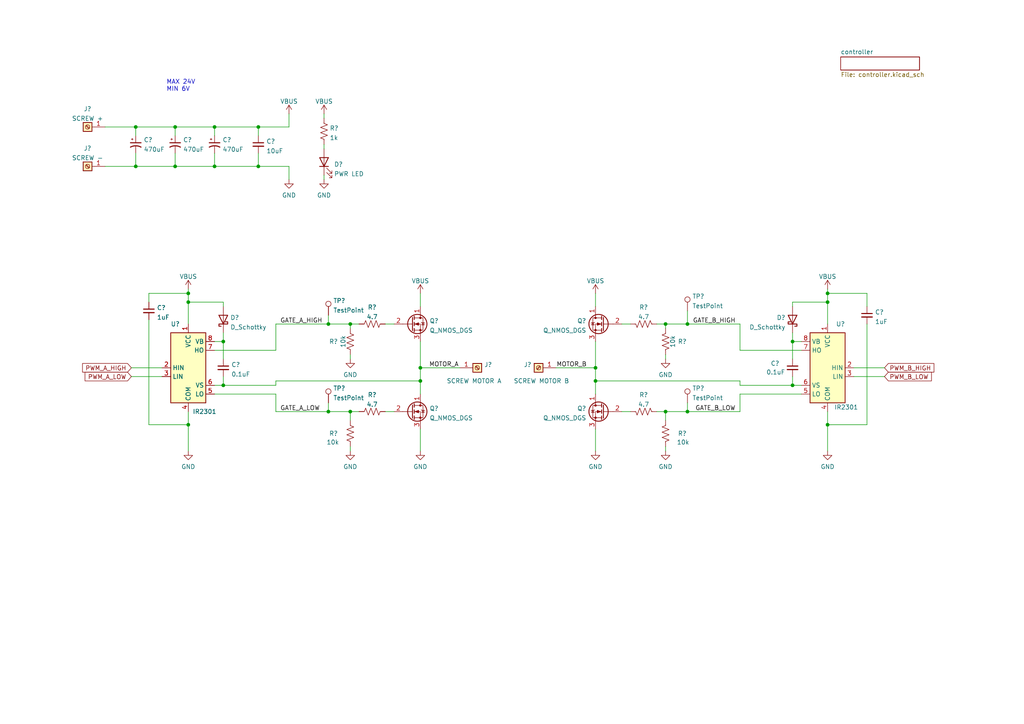
<source format=kicad_sch>
(kicad_sch (version 20211123) (generator eeschema)
  (paper "A4")
  (lib_symbols
    (symbol "Connector:Screw_Terminal_01x01" (pin_names (offset 1.016) hide)
      (property "Reference" "J" (at 0 2.54 0))
      (property "Value" "Screw_Terminal_01x01" (at 0 -2.54 0))
      (symbol "Screw_Terminal_01x01_1_1"
        (rectangle (start -1.27 1.27) (end 1.27 -1.27) (stroke (width 0.254)) (fill (type background)))
        (polyline (pts (xy -0.5334 0.3302) (xy 0.3302 -0.508)) (stroke (width 0.1524)))
        (polyline (pts (xy -0.3556 0.508) (xy 0.508 -0.3302)) (stroke (width 0.1524)))
        (circle (center 0 0) (radius 0.635) (stroke (width 0.1524)))
        (pin passive line (at -5.08 0 0) (length 3.81) (name "Pin_1") (number "1"))
      )
    )
    (symbol "Connector:TestPoint" (pin_numbers hide) (pin_names (offset 0.762) hide)
      (property "Reference" "TP" (at 0 6.858 0))
      (property "Value" "TestPoint" (at 0 5.08 0))
      (symbol "TestPoint_0_1"
        (circle (center 0 3.302) (radius 0.762))
      )
      (symbol "TestPoint_1_1"
        (pin passive line (at 0 0 90) (length 2.54) (name "1") (number "1"))
      )
    )
    (symbol "Device:C_Polarized_Small_US" (pin_numbers hide) (pin_names (offset 0.254) hide)
      (property "Reference" "C" (at 0.254 1.778 0))
      (property "Value" "C_Polarized_Small_US" (at 0.254 -2.032 0))
      (symbol "C_Polarized_Small_US_0_1"
        (polyline (pts (xy -1.524 0.508) (xy 1.524 0.508)) (stroke (width 0.3048)))
        (polyline (pts (xy -1.27 1.524) (xy -0.762 1.524)))
        (polyline (pts (xy -1.016 1.27) (xy -1.016 1.778)))
        (arc (start 1.524 -0.762) (mid 0 -0.3734) (end -1.524 -0.762) (stroke (width 0.3048)))
      )
      (symbol "C_Polarized_Small_US_1_1"
        (pin passive line (at 0 2.54 270) (length 2.032) (name "~") (number "1"))
        (pin passive line (at 0 -2.54 90) (length 2.032) (name "~") (number "2"))
      )
    )
    (symbol "Device:C_Small" (pin_numbers hide) (pin_names (offset 0.254) hide)
      (property "Reference" "C" (at 0.254 1.778 0))
      (property "Value" "C_Small" (at 0.254 -2.032 0))
      (symbol "C_Small_0_1"
        (polyline (pts (xy -1.524 -0.508) (xy 1.524 -0.508)) (stroke (width 0.3302)))
        (polyline (pts (xy -1.524 0.508) (xy 1.524 0.508)) (stroke (width 0.3048)))
      )
      (symbol "C_Small_1_1"
        (pin passive line (at 0 2.54 270) (length 2.032) (name "~") (number "1"))
        (pin passive line (at 0 -2.54 90) (length 2.032) (name "~") (number "2"))
      )
    )
    (symbol "Device:D_Schottky" (pin_numbers hide) (pin_names (offset 1.016) hide)
      (property "Reference" "D" (at 0 2.54 0))
      (property "Value" "D_Schottky" (at 0 -2.54 0))
      (symbol "D_Schottky_0_1"
        (polyline (pts (xy 1.27 0) (xy -1.27 0)))
        (polyline (pts (xy 1.27 1.27) (xy 1.27 -1.27) (xy -1.27 0) (xy 1.27 1.27)) (stroke (width 0.254)))
        (polyline (pts (xy -1.905 0.635) (xy -1.905 1.27) (xy -1.27 1.27) (xy -1.27 -1.27) (xy -0.635 -1.27) (xy -0.635 -0.635)) (stroke (width 0.254)))
      )
      (symbol "D_Schottky_1_1"
        (pin passive line (at -3.81 0 0) (length 2.54) (name "K") (number "1"))
        (pin passive line (at 3.81 0 180) (length 2.54) (name "A") (number "2"))
      )
    )
    (symbol "Device:LED" (pin_numbers hide) (pin_names (offset 1.016) hide)
      (property "Reference" "D" (at 0 2.54 0))
      (property "Value" "LED" (at 0 -2.54 0))
      (symbol "LED_0_1"
        (polyline (pts (xy -1.27 -1.27) (xy -1.27 1.27)) (stroke (width 0.254)))
        (polyline (pts (xy -1.27 0) (xy 1.27 0)))
        (polyline (pts (xy 1.27 -1.27) (xy 1.27 1.27) (xy -1.27 0) (xy 1.27 -1.27)) (stroke (width 0.254)))
        (polyline (pts (xy -3.048 -0.762) (xy -4.572 -2.286) (xy -3.81 -2.286) (xy -4.572 -2.286) (xy -4.572 -1.524)))
        (polyline (pts (xy -1.778 -0.762) (xy -3.302 -2.286) (xy -2.54 -2.286) (xy -3.302 -2.286) (xy -3.302 -1.524)))
      )
      (symbol "LED_1_1"
        (pin passive line (at -3.81 0 0) (length 2.54) (name "K") (number "1"))
        (pin passive line (at 3.81 0 180) (length 2.54) (name "A") (number "2"))
      )
    )
    (symbol "Device:Q_NMOS_DGS" (pin_names (offset 0) hide)
      (property "Reference" "Q" (at 5.08 1.27 0))
      (property "Value" "Q_NMOS_DGS" (at 5.08 -1.27 0))
      (symbol "Q_NMOS_DGS_0_1"
        (polyline (pts (xy 0.254 0) (xy -2.54 0)))
        (polyline (pts (xy 0.254 1.905) (xy 0.254 -1.905)) (stroke (width 0.254)))
        (polyline (pts (xy 0.762 -1.27) (xy 0.762 -2.286)) (stroke (width 0.254)))
        (polyline (pts (xy 0.762 0.508) (xy 0.762 -0.508)) (stroke (width 0.254)))
        (polyline (pts (xy 0.762 2.286) (xy 0.762 1.27)) (stroke (width 0.254)))
        (polyline (pts (xy 2.54 2.54) (xy 2.54 1.778)))
        (polyline (pts (xy 2.54 -2.54) (xy 2.54 0) (xy 0.762 0)))
        (polyline (pts (xy 0.762 -1.778) (xy 3.302 -1.778) (xy 3.302 1.778) (xy 0.762 1.778)))
        (polyline (pts (xy 1.016 0) (xy 2.032 0.381) (xy 2.032 -0.381) (xy 1.016 0)) (fill (type outline)))
        (polyline (pts (xy 2.794 0.508) (xy 2.921 0.381) (xy 3.683 0.381) (xy 3.81 0.254)))
        (polyline (pts (xy 3.302 0.381) (xy 2.921 -0.254) (xy 3.683 -0.254) (xy 3.302 0.381)))
        (circle (center 1.651 0) (radius 2.794) (stroke (width 0.254)))
        (circle (center 2.54 -1.778) (radius 0.254) (fill (type outline)))
        (circle (center 2.54 1.778) (radius 0.254) (fill (type outline)))
      )
      (symbol "Q_NMOS_DGS_1_1"
        (pin passive line (at 2.54 5.08 270) (length 2.54) (name "D") (number "1"))
        (pin input line (at -5.08 0 0) (length 2.54) (name "G") (number "2"))
        (pin passive line (at 2.54 -5.08 90) (length 2.54) (name "S") (number "3"))
      )
    )
    (symbol "Device:R_US" (pin_numbers hide) (pin_names (offset 0))
      (property "Reference" "R" (at 2.54 0 90))
      (property "Value" "R_US" (at -2.54 0 90))
      (symbol "R_US_0_1"
        (polyline (pts (xy 0 -2.286) (xy 0 -2.54)))
        (polyline (pts (xy 0 2.286) (xy 0 2.54)))
        (polyline (pts (xy 0 -0.762) (xy 1.016 -1.143) (xy 0 -1.524) (xy -1.016 -1.905) (xy 0 -2.286)))
        (polyline (pts (xy 0 0.762) (xy 1.016 0.381) (xy 0 0) (xy -1.016 -0.381) (xy 0 -0.762)))
        (polyline (pts (xy 0 2.286) (xy 1.016 1.905) (xy 0 1.524) (xy -1.016 1.143) (xy 0 0.762)))
      )
      (symbol "R_US_1_1"
        (pin passive line (at 0 3.81 270) (length 1.27) (name "~") (number "1"))
        (pin passive line (at 0 -3.81 90) (length 1.27) (name "~") (number "2"))
      )
    )
    (symbol "Driver_FET:IR2301"
      (property "Reference" "U" (at 1.27 13.335 0))
      (property "Value" "IR2301" (at 1.27 11.43 0))
      (symbol "IR2301_0_1"
        (rectangle (start -5.08 -10.16) (end 5.08 10.16) (stroke (width 0.254)) (fill (type background)))
      )
      (symbol "IR2301_1_1"
        (pin power_in line (at 0 12.7 270) (length 2.54) (name "VCC") (number "1"))
        (pin input line (at -7.62 0 0) (length 2.54) (name "HIN") (number "2"))
        (pin input line (at -7.62 -2.54 0) (length 2.54) (name "LIN") (number "3"))
        (pin power_in line (at 0 -12.7 90) (length 2.54) (name "COM") (number "4"))
        (pin output line (at 7.62 -7.62 180) (length 2.54) (name "LO") (number "5"))
        (pin passive line (at 7.62 -5.08 180) (length 2.54) (name "VS") (number "6"))
        (pin output line (at 7.62 5.08 180) (length 2.54) (name "HO") (number "7"))
        (pin passive line (at 7.62 7.62 180) (length 2.54) (name "VB") (number "8"))
      )
    )
    (symbol "power:GND" (power) (pin_names (offset 0))
      (property "Value" "GND" (at 0 -3.81 0))
      (symbol "GND_0_1"
        (polyline (pts (xy 0 0) (xy 0 -1.27) (xy 1.27 -1.27) (xy 0 -2.54) (xy -1.27 -1.27) (xy 0 -1.27)))
      )
      (symbol "GND_1_1"
        (pin power_in line (at 0 0 270) (length 0) hide (name "GND") (number "1"))
      )
    )
    (symbol "power:VBUS" (power) (pin_names (offset 0))
      (property "Value" "VBUS" (at 0 3.81 0))
      (symbol "VBUS_0_1"
        (polyline (pts (xy -0.762 1.27) (xy 0 2.54)))
        (polyline (pts (xy 0 0) (xy 0 2.54)))
        (polyline (pts (xy 0 2.54) (xy 0.762 1.27)))
      )
      (symbol "VBUS_1_1"
        (pin power_in line (at 0 0 90) (length 0) hide (name "VBUS") (number "1"))
      )
    )
  )
  (junction (at 54.61 123.19))
  (junction (at 229.87 99.06))
  (junction (at 62.23 48.26))
  (junction (at 39.37 36.83))
  (junction (at 240.03 87.63))
  (junction (at 101.6 93.98))
  (junction (at 193.04 93.98))
  (junction (at 50.8 48.26))
  (junction (at 199.39 93.98))
  (junction (at 172.72 106.68))
  (junction (at 54.61 85.09))
  (junction (at 121.92 110.49))
  (junction (at 50.8 36.83))
  (junction (at 74.93 48.26))
  (junction (at 199.39 119.38))
  (junction (at 172.72 110.49))
  (junction (at 95.25 119.38))
  (junction (at 193.04 119.38))
  (junction (at 62.23 36.83))
  (junction (at 121.92 106.68))
  (junction (at 95.25 93.98))
  (junction (at 54.61 87.63))
  (junction (at 74.93 36.83))
  (junction (at 64.77 99.06))
  (junction (at 229.87 111.76))
  (junction (at 240.03 123.19))
  (junction (at 39.37 48.26))
  (junction (at 64.77 111.76))
  (junction (at 101.6 119.38))
  (junction (at 240.03 85.09))
  (wire (pts (xy 104.14 119.38) (xy 101.6 119.38)))
  (wire (pts (xy 121.92 106.68) (xy 121.92 110.49)))
  (wire (pts (xy 93.98 33.02) (xy 93.98 34.29)))
  (wire (pts (xy 64.77 104.14) (xy 64.77 99.06)))
  (wire (pts (xy 80.01 119.38) (xy 95.25 119.38)))
  (wire (pts (xy 50.8 44.45) (xy 50.8 48.26)))
  (wire (pts (xy 240.03 83.82) (xy 240.03 85.09)))
  (wire (pts (xy 74.93 48.26) (xy 62.23 48.26)))
  (wire (pts (xy 111.76 93.98) (xy 114.3 93.98)))
  (wire (pts (xy 83.82 36.83) (xy 83.82 33.02)))
  (wire (pts (xy 62.23 101.6) (xy 80.01 101.6)))
  (wire (pts (xy 199.39 119.38) (xy 193.04 119.38)))
  (wire (pts (xy 80.01 110.49) (xy 80.01 111.76)))
  (wire (pts (xy 93.98 50.8) (xy 93.98 52.07)))
  (wire (pts (xy 111.76 119.38) (xy 114.3 119.38)))
  (wire (pts (xy 193.04 93.98) (xy 193.04 95.25)))
  (wire (pts (xy 172.72 124.46) (xy 172.72 130.81)))
  (wire (pts (xy 232.41 111.76) (xy 229.87 111.76)))
  (wire (pts (xy 214.63 93.98) (xy 199.39 93.98)))
  (wire (pts (xy 214.63 119.38) (xy 199.39 119.38)))
  (wire (pts (xy 182.88 119.38) (xy 180.34 119.38)))
  (wire (pts (xy 80.01 101.6) (xy 80.01 93.98)))
  (wire (pts (xy 190.5 93.98) (xy 193.04 93.98)))
  (wire (pts (xy 64.77 99.06) (xy 62.23 99.06)))
  (wire (pts (xy 62.23 44.45) (xy 62.23 48.26)))
  (wire (pts (xy 62.23 36.83) (xy 50.8 36.83)))
  (wire (pts (xy 38.1 106.68) (xy 46.99 106.68)))
  (wire (pts (xy 193.04 119.38) (xy 193.04 121.92)))
  (wire (pts (xy 64.77 96.52) (xy 64.77 99.06)))
  (wire (pts (xy 64.77 87.63) (xy 54.61 87.63)))
  (wire (pts (xy 43.18 123.19) (xy 54.61 123.19)))
  (wire (pts (xy 80.01 111.76) (xy 64.77 111.76)))
  (wire (pts (xy 43.18 87.63) (xy 43.18 85.09)))
  (wire (pts (xy 39.37 44.45) (xy 39.37 48.26)))
  (wire (pts (xy 229.87 111.76) (xy 229.87 109.22)))
  (wire (pts (xy 101.6 119.38) (xy 101.6 121.92)))
  (wire (pts (xy 54.61 85.09) (xy 54.61 87.63)))
  (wire (pts (xy 240.03 85.09) (xy 251.46 85.09)))
  (wire (pts (xy 121.92 85.09) (xy 121.92 88.9)))
  (wire (pts (xy 232.41 114.3) (xy 214.63 114.3)))
  (wire (pts (xy 121.92 106.68) (xy 133.35 106.68)))
  (wire (pts (xy 101.6 102.87) (xy 101.6 104.14)))
  (wire (pts (xy 95.25 116.84) (xy 95.25 119.38)))
  (wire (pts (xy 93.98 41.91) (xy 93.98 43.18)))
  (wire (pts (xy 95.25 119.38) (xy 101.6 119.38)))
  (wire (pts (xy 101.6 93.98) (xy 101.6 95.25)))
  (wire (pts (xy 74.93 44.45) (xy 74.93 48.26)))
  (wire (pts (xy 104.14 93.98) (xy 101.6 93.98)))
  (wire (pts (xy 54.61 87.63) (xy 54.61 93.98)))
  (wire (pts (xy 95.25 91.44) (xy 95.25 93.98)))
  (wire (pts (xy 54.61 119.38) (xy 54.61 123.19)))
  (wire (pts (xy 121.92 110.49) (xy 121.92 114.3)))
  (wire (pts (xy 214.63 114.3) (xy 214.63 119.38)))
  (wire (pts (xy 214.63 111.76) (xy 229.87 111.76)))
  (wire (pts (xy 229.87 88.9) (xy 229.87 87.63)))
  (wire (pts (xy 39.37 48.26) (xy 30.48 48.26)))
  (wire (pts (xy 83.82 48.26) (xy 74.93 48.26)))
  (wire (pts (xy 95.25 93.98) (xy 101.6 93.98)))
  (wire (pts (xy 214.63 101.6) (xy 214.63 93.98)))
  (wire (pts (xy 240.03 85.09) (xy 240.03 87.63)))
  (wire (pts (xy 64.77 88.9) (xy 64.77 87.63)))
  (wire (pts (xy 240.03 123.19) (xy 240.03 130.81)))
  (wire (pts (xy 64.77 111.76) (xy 64.77 109.22)))
  (wire (pts (xy 80.01 114.3) (xy 80.01 119.38)))
  (wire (pts (xy 229.87 96.52) (xy 229.87 99.06)))
  (wire (pts (xy 50.8 36.83) (xy 50.8 39.37)))
  (wire (pts (xy 172.72 106.68) (xy 172.72 110.49)))
  (wire (pts (xy 251.46 123.19) (xy 240.03 123.19)))
  (wire (pts (xy 240.03 87.63) (xy 240.03 93.98)))
  (wire (pts (xy 256.54 109.22) (xy 247.65 109.22)))
  (wire (pts (xy 39.37 36.83) (xy 39.37 39.37)))
  (wire (pts (xy 83.82 52.07) (xy 83.82 48.26)))
  (wire (pts (xy 38.1 109.22) (xy 46.99 109.22)))
  (wire (pts (xy 62.23 36.83) (xy 74.93 36.83)))
  (wire (pts (xy 229.87 87.63) (xy 240.03 87.63)))
  (wire (pts (xy 43.18 92.71) (xy 43.18 123.19)))
  (wire (pts (xy 190.5 119.38) (xy 193.04 119.38)))
  (wire (pts (xy 62.23 114.3) (xy 80.01 114.3)))
  (wire (pts (xy 50.8 48.26) (xy 62.23 48.26)))
  (wire (pts (xy 80.01 93.98) (xy 95.25 93.98)))
  (wire (pts (xy 172.72 99.06) (xy 172.72 106.68)))
  (wire (pts (xy 232.41 101.6) (xy 214.63 101.6)))
  (wire (pts (xy 251.46 85.09) (xy 251.46 88.9)))
  (wire (pts (xy 62.23 111.76) (xy 64.77 111.76)))
  (wire (pts (xy 54.61 123.19) (xy 54.61 130.81)))
  (wire (pts (xy 240.03 119.38) (xy 240.03 123.19)))
  (wire (pts (xy 74.93 36.83) (xy 74.93 39.37)))
  (wire (pts (xy 199.39 90.17) (xy 199.39 93.98)))
  (wire (pts (xy 54.61 83.82) (xy 54.61 85.09)))
  (wire (pts (xy 43.18 85.09) (xy 54.61 85.09)))
  (wire (pts (xy 121.92 124.46) (xy 121.92 130.81)))
  (wire (pts (xy 50.8 48.26) (xy 39.37 48.26)))
  (wire (pts (xy 193.04 129.54) (xy 193.04 130.81)))
  (wire (pts (xy 39.37 36.83) (xy 30.48 36.83)))
  (wire (pts (xy 50.8 36.83) (xy 39.37 36.83)))
  (wire (pts (xy 62.23 36.83) (xy 62.23 39.37)))
  (wire (pts (xy 101.6 129.54) (xy 101.6 130.81)))
  (wire (pts (xy 199.39 116.84) (xy 199.39 119.38)))
  (wire (pts (xy 193.04 102.87) (xy 193.04 104.14)))
  (wire (pts (xy 199.39 93.98) (xy 193.04 93.98)))
  (wire (pts (xy 182.88 93.98) (xy 180.34 93.98)))
  (wire (pts (xy 229.87 104.14) (xy 229.87 99.06)))
  (wire (pts (xy 256.54 106.68) (xy 247.65 106.68)))
  (wire (pts (xy 172.72 85.09) (xy 172.72 88.9)))
  (wire (pts (xy 229.87 99.06) (xy 232.41 99.06)))
  (wire (pts (xy 172.72 106.68) (xy 161.29 106.68)))
  (wire (pts (xy 214.63 110.49) (xy 214.63 111.76)))
  (wire (pts (xy 74.93 36.83) (xy 83.82 36.83)))
  (wire (pts (xy 121.92 99.06) (xy 121.92 106.68)))
  (wire (pts (xy 80.01 110.49) (xy 121.92 110.49)))
  (wire (pts (xy 172.72 110.49) (xy 172.72 114.3)))
  (wire (pts (xy 214.63 110.49) (xy 172.72 110.49)))
  (wire (pts (xy 251.46 93.98) (xy 251.46 123.19)))
  (text "MAX 24V\nMIN 6V" (at 48.26 26.67 0) (effects (font (size 1.27 1.27)) (justify left bottom)))
  (label "MOTOR_B" (at 170.18 106.68 180))
  (label "GATE_B_HIGH" (at 213.36 93.98 180))
  (label "MOTOR_A" (at 124.46 106.68 0))
  (label "GATE_A_HIGH" (at 81.28 93.98 0))
  (label "GATE_B_LOW" (at 213.36 119.38 180))
  (label "GATE_A_LOW" (at 81.28 119.38 0))
  (global_label "PWM_B_HIGH" (shape input) (at 256.54 106.68 0) (property "Intersheet References" "${INTERSHEET_REFS}" (effects hide)))
  (global_label "PWM_B_LOW" (shape input) (at 256.54 109.22 0) (property "Intersheet References" "${INTERSHEET_REFS}" (effects hide)))
  (global_label "PWM_A_HIGH" (shape input) (at 38.1 106.68 180) (property "Intersheet References" "${INTERSHEET_REFS}" (effects hide)))
  (global_label "PWM_A_LOW" (shape input) (at 38.1 109.22 180) (property "Intersheet References" "${INTERSHEET_REFS}" (effects hide)))
  (symbol (lib_id "Device:D_Schottky") (at 229.87 92.71 270) (mirror x) (unit 1)
    (property "Reference" "D?" (at 227.838 92.119 90) (effects (justify right)))
    (property "Value" "D_Schottky" (at 227.838 94.8941 90) (effects (justify right)))
  )
  (symbol (lib_id "Device:LED") (at 93.98 46.99 90) (unit 1)
    (property "Reference" "D?" (at 96.901 47.669 90) (effects (justify right)))
    (property "Value" "PWR LED" (at 96.901 50.4441 90) (effects (justify right)))
  )
  (symbol (lib_id "power:GND") (at 193.04 130.81 0) (mirror y) (unit 1)
    (property "Reference" "#PWR?" (effects hide))
    (property "Value" "GND" (at 193.04 135.3725 0))
  )
  (symbol (lib_id "Device:C_Polarized_Small_US") (at 62.23 41.91 0) (unit 1)
    (property "Reference" "C?" (at 64.5414 40.5697 0) (effects (justify left)))
    (property "Value" "470uF" (at 64.5414 43.3448 0) (effects (justify left)))
  )
  (symbol (lib_id "Device:C_Small") (at 43.18 90.17 0) (unit 1)
    (property "Reference" "C?" (at 45.5041 89.2678 0) (effects (justify left)))
    (property "Value" "1uF" (at 45.5041 92.0429 0) (effects (justify left)))
  )
  (symbol (lib_id "Connector:Screw_Terminal_01x01") (at 156.21 106.68 0) (mirror y) (unit 1)
    (property "Reference" "J?" (at 154.178 105.7715 0) (effects (justify left)))
    (property "Value" "SCREW MOTOR B" (at 165.1 110.49 0) (effects (justify left)))
  )
  (symbol (lib_id "Device:R_US") (at 101.6 99.06 180) (unit 1)
    (property "Reference" "R?" (at 96.7445 99.06 0))
    (property "Value" "10k" (at 99.5196 99.06 90))
  )
  (symbol (lib_id "power:GND") (at 101.6 130.81 0) (unit 1)
    (property "Reference" "#PWR?" (effects hide))
    (property "Value" "GND" (at 101.6 135.3725 0))
  )
  (symbol (lib_id "Driver_FET:IR2301") (at 240.03 106.68 0) (mirror y) (unit 1)
    (property "Reference" "U?" (at 245.11 93.98 0) (effects (justify left)))
    (property "Value" "IR2301" (at 248.92 118.11 0) (effects (justify left)))
    (property "Datasheet" "https://www.infineon.com/dgdl/ir2301.pdf?fileId=5546d462533600a4015355c97bb216dc" (effects hide))
    (property "Digikey Part Num" "IR2301SPBF-ND" (effects hide))
  )
  (symbol (lib_id "Connector:Screw_Terminal_01x01") (at 138.43 106.68 0) (unit 1)
    (property "Reference" "J?" (at 140.462 105.7715 0) (effects (justify left)))
    (property "Value" "SCREW MOTOR A" (at 129.54 110.49 0) (effects (justify left)))
  )
  (symbol (lib_id "Connector:Screw_Terminal_01x01") (at 25.4 48.26 180) (unit 1)
    (property "Reference" "J?" (at 25.4 43.0235 0))
    (property "Value" "SCREW -" (at 25.4 45.7986 0))
  )
  (symbol (lib_id "power:VBUS") (at 121.92 85.09 0) (unit 1)
    (property "Reference" "#PWR?" (effects hide))
    (property "Value" "VBUS" (at 121.92 81.4855 0))
  )
  (symbol (lib_id "Connector:TestPoint") (at 199.39 90.17 0) (unit 1)
    (property "Reference" "TP?" (at 200.787 85.9595 0) (effects (justify left)))
    (property "Value" "TestPoint" (at 200.787 88.7346 0) (effects (justify left)))
  )
  (symbol (lib_id "Device:Q_NMOS_DGS") (at 119.38 119.38 0) (unit 1)
    (property "Reference" "Q?" (at 124.587 118.4715 0) (effects (justify left)))
    (property "Value" "Q_NMOS_DGS" (at 124.587 121.2466 0) (effects (justify left)))
  )
  (symbol (lib_id "Device:Q_NMOS_DGS") (at 119.38 93.98 0) (unit 1)
    (property "Reference" "Q?" (at 124.587 93.0715 0) (effects (justify left)))
    (property "Value" "Q_NMOS_DGS" (at 124.587 95.8466 0) (effects (justify left)))
  )
  (symbol (lib_id "power:VBUS") (at 54.61 83.82 0) (unit 1)
    (property "Reference" "#PWR?" (effects hide))
    (property "Value" "VBUS" (at 54.61 80.2155 0))
  )
  (symbol (lib_id "Device:C_Small") (at 229.87 106.68 0) (mirror y) (unit 1)
    (property "Reference" "C?" (at 223.52 105.41 0) (effects (justify right)))
    (property "Value" "0.1uF" (at 222.25 107.95 0) (effects (justify right)))
  )
  (symbol (lib_id "power:GND") (at 83.82 52.07 0) (unit 1)
    (property "Reference" "#PWR?" (effects hide))
    (property "Value" "GND" (at 83.82 56.6325 0))
  )
  (symbol (lib_id "power:GND") (at 101.6 104.14 0) (unit 1)
    (property "Reference" "#PWR?" (effects hide))
    (property "Value" "GND" (at 101.6 108.7025 0))
  )
  (symbol (lib_id "Device:R_US") (at 101.6 125.73 180) (unit 1)
    (property "Reference" "R?" (at 96.7445 125.73 0))
    (property "Value" "10k" (at 96.52 128.27 0))
  )
  (symbol (lib_id "power:GND") (at 54.61 130.81 0) (unit 1)
    (property "Reference" "#PWR?" (effects hide))
    (property "Value" "GND" (at 54.61 135.3725 0))
  )
  (symbol (lib_id "Connector:Screw_Terminal_01x01") (at 25.4 36.83 180) (unit 1)
    (property "Reference" "J?" (at 25.4 31.5935 0))
    (property "Value" "SCREW +" (at 25.4 34.3686 0))
  )
  (symbol (lib_id "power:GND") (at 240.03 130.81 0) (mirror y) (unit 1)
    (property "Reference" "#PWR?" (effects hide))
    (property "Value" "GND" (at 240.03 135.3725 0))
  )
  (symbol (lib_id "Device:R_US") (at 186.69 119.38 270) (mirror x) (unit 1)
    (property "Reference" "R?" (at 186.69 114.5245 90))
    (property "Value" "4.7" (at 186.69 117.2996 90))
  )
  (symbol (lib_id "Connector:TestPoint") (at 95.25 91.44 0) (unit 1)
    (property "Reference" "TP?" (at 96.647 87.2295 0) (effects (justify left)))
    (property "Value" "TestPoint" (at 96.647 90.0046 0) (effects (justify left)))
  )
  (symbol (lib_id "Device:R_US") (at 93.98 38.1 0) (unit 1)
    (property "Reference" "R?" (at 95.631 37.1915 0) (effects (justify left)))
    (property "Value" "1k" (at 95.631 39.9666 0) (effects (justify left)))
  )
  (symbol (lib_id "Connector:TestPoint") (at 199.39 116.84 0) (unit 1)
    (property "Reference" "TP?" (at 200.787 112.6295 0) (effects (justify left)))
    (property "Value" "TestPoint" (at 200.787 115.4046 0) (effects (justify left)))
  )
  (symbol (lib_id "power:VBUS") (at 172.72 85.09 0) (mirror y) (unit 1)
    (property "Reference" "#PWR?" (effects hide))
    (property "Value" "VBUS" (at 172.72 81.4855 0))
  )
  (symbol (lib_id "Device:C_Small") (at 74.93 41.91 0) (unit 1)
    (property "Reference" "C?" (at 77.2541 41.0078 0) (effects (justify left)))
    (property "Value" "10uF" (at 77.2541 43.7829 0) (effects (justify left)))
  )
  (symbol (lib_id "power:VBUS") (at 83.82 33.02 0) (unit 1)
    (property "Reference" "#PWR?" (effects hide))
    (property "Value" "VBUS" (at 83.82 29.4155 0))
  )
  (symbol (lib_id "power:GND") (at 193.04 104.14 0) (mirror y) (unit 1)
    (property "Reference" "#PWR?" (effects hide))
    (property "Value" "GND" (at 193.04 108.7025 0))
  )
  (symbol (lib_id "power:VBUS") (at 93.98 33.02 0) (unit 1)
    (property "Reference" "#PWR?" (effects hide))
    (property "Value" "VBUS" (at 93.98 29.4155 0))
  )
  (symbol (lib_id "Device:C_Small") (at 64.77 106.68 0) (unit 1)
    (property "Reference" "C?" (at 67.0941 105.7778 0) (effects (justify left)))
    (property "Value" "0.1uF" (at 67.0941 108.5529 0) (effects (justify left)))
  )
  (symbol (lib_id "power:VBUS") (at 240.03 83.82 0) (mirror y) (unit 1)
    (property "Reference" "#PWR?" (effects hide))
    (property "Value" "VBUS" (at 240.03 80.2155 0))
  )
  (symbol (lib_id "Device:C_Polarized_Small_US") (at 39.37 41.91 0) (unit 1)
    (property "Reference" "C?" (at 41.6814 40.5697 0) (effects (justify left)))
    (property "Value" "470uF" (at 41.6814 43.3448 0) (effects (justify left)))
  )
  (symbol (lib_id "Device:R_US") (at 107.95 93.98 90) (unit 1)
    (property "Reference" "R?" (at 107.95 89.1245 90))
    (property "Value" "4.7" (at 107.95 91.8996 90))
  )
  (symbol (lib_id "Device:C_Polarized_Small_US") (at 50.8 41.91 0) (unit 1)
    (property "Reference" "C?" (at 53.1114 40.5697 0) (effects (justify left)))
    (property "Value" "470uF" (at 53.1114 43.3448 0) (effects (justify left)))
  )
  (symbol (lib_id "Device:Q_NMOS_DGS") (at 175.26 119.38 0) (mirror y) (unit 1)
    (property "Reference" "Q?" (at 170.053 118.4715 0) (effects (justify left)))
    (property "Value" "Q_NMOS_DGS" (at 170.053 121.2466 0) (effects (justify left)))
  )
  (symbol (lib_id "power:GND") (at 172.72 130.81 0) (mirror y) (unit 1)
    (property "Reference" "#PWR?" (effects hide))
    (property "Value" "GND" (at 172.72 135.3725 0))
  )
  (symbol (lib_id "power:GND") (at 121.92 130.81 0) (unit 1)
    (property "Reference" "#PWR?" (effects hide))
    (property "Value" "GND" (at 121.92 135.3725 0))
  )
  (symbol (lib_id "Device:D_Schottky") (at 64.77 92.71 90) (unit 1)
    (property "Reference" "D?" (at 66.802 92.119 90) (effects (justify right)))
    (property "Value" "D_Schottky" (at 66.802 94.8941 90) (effects (justify right)))
  )
  (symbol (lib_id "Device:R_US") (at 186.69 93.98 270) (mirror x) (unit 1)
    (property "Reference" "R?" (at 186.69 89.1245 90))
    (property "Value" "4.7" (at 186.69 91.8996 90))
  )
  (symbol (lib_id "Device:Q_NMOS_DGS") (at 175.26 93.98 0) (mirror y) (unit 1)
    (property "Reference" "Q?" (at 170.053 93.0715 0) (effects (justify left)))
    (property "Value" "Q_NMOS_DGS" (at 170.053 95.8466 0) (effects (justify left)))
  )
  (symbol (lib_id "Driver_FET:IR2301") (at 54.61 106.68 0) (unit 1)
    (property "Reference" "U?" (at 49.53 93.98 0) (effects (justify left)))
    (property "Value" "IR2301" (at 55.88 119.38 0) (effects (justify left)))
    (property "Datasheet" "https://www.infineon.com/dgdl/ir2301.pdf?fileId=5546d462533600a4015355c97bb216dc" (effects hide))
    (property "Digikey Part Num" "IR2301SPBF-ND" (effects hide))
  )
  (symbol (lib_id "Device:R_US") (at 107.95 119.38 90) (unit 1)
    (property "Reference" "R?" (at 107.95 114.5245 90))
    (property "Value" "4.7" (at 107.95 117.2996 90))
  )
  (symbol (lib_id "Device:R_US") (at 193.04 125.73 0) (mirror x) (unit 1)
    (property "Reference" "R?" (at 197.8955 125.73 0))
    (property "Value" "10k" (at 198.12 128.27 0))
  )
  (symbol (lib_id "power:GND") (at 93.98 52.07 0) (unit 1)
    (property "Reference" "#PWR?" (effects hide))
    (property "Value" "GND" (at 93.98 56.6325 0))
  )
  (symbol (lib_id "Device:R_US") (at 193.04 99.06 0) (mirror x) (unit 1)
    (property "Reference" "R?" (at 197.8955 99.06 0))
    (property "Value" "10k" (at 195.1204 99.06 90))
  )
  (symbol (lib_id "Connector:TestPoint") (at 95.25 116.84 0) (unit 1)
    (property "Reference" "TP?" (at 96.647 112.6295 0) (effects (justify left)))
    (property "Value" "TestPoint" (at 96.647 115.4046 0) (effects (justify left)))
  )
  (symbol (lib_id "Device:C_Small") (at 251.46 91.44 0) (unit 1)
    (property "Reference" "C?" (at 253.7841 90.5378 0) (effects (justify left)))
    (property "Value" "1uF" (at 253.7841 93.3129 0) (effects (justify left)))
  )
  (sheet (at 243.84 16.51) (size 22.86 3.81) (stroke (width 0.1524))
    (property "Sheet name" "controller" (at 243.84 15.7984 0) (effects (justify left bottom)))
    (property "Sheet file" "controller.kicad_sch" (at 243.84 20.9046 0) (effects (justify left top)))
  )
)
</source>
